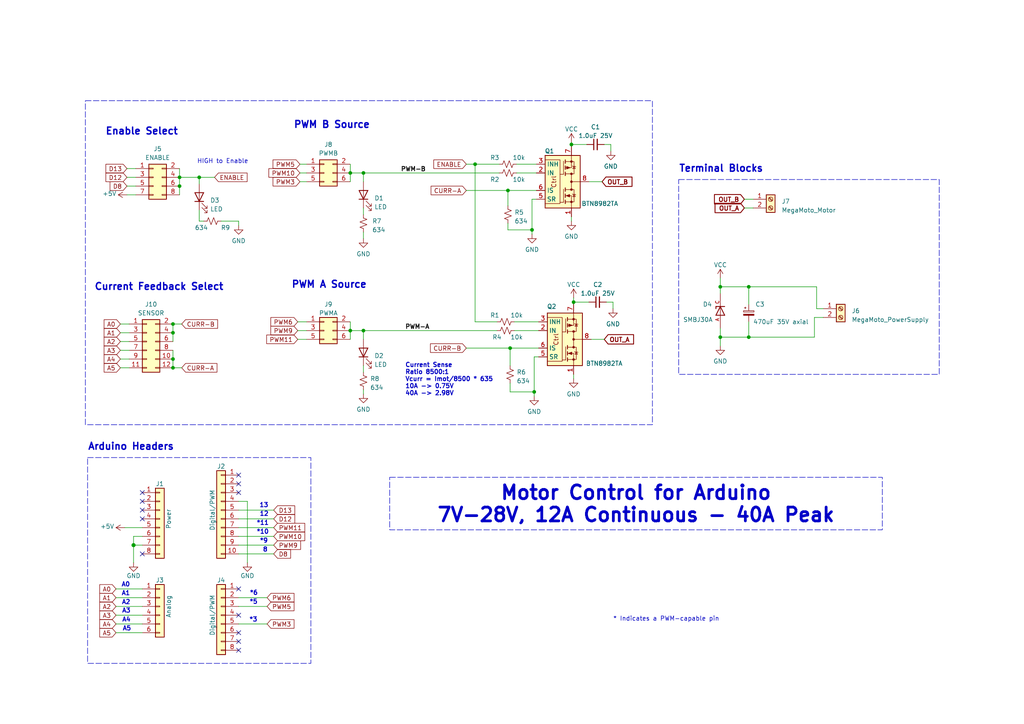
<source format=kicad_sch>
(kicad_sch (version 20230121) (generator eeschema)
  (paper "A4")
  (title_block (title "MegaMoto UNO Shield") (date "2023-05-21") (rev "1.0"))
  (lib_symbols
    (symbol "Connector:Screw_Terminal_01x02" (pin_names (offset 1.016) hide)
      (property "Reference" "J" (at 0 2.54 0))
      (property "Value" "Screw_Terminal_01x02" (at 0 -5.08 0))
      (symbol "Screw_Terminal_01x02_1_1"
        (rectangle (start -1.27 1.27) (end 1.27 -3.81) (stroke (width 0.254)) (fill (type background)))
        (circle (center 0 -2.54) (radius 0.635) (stroke (width 0.1524)))
        (polyline (pts (xy -0.5334 -2.2098) (xy 0.3302 -3.048)) (stroke (width 0.1524)))
        (polyline (pts (xy -0.5334 0.3302) (xy 0.3302 -0.508)) (stroke (width 0.1524)))
        (polyline (pts (xy -0.3556 -2.032) (xy 0.508 -2.8702)) (stroke (width 0.1524)))
        (polyline (pts (xy -0.3556 0.508) (xy 0.508 -0.3302)) (stroke (width 0.1524)))
        (circle (center 0 0) (radius 0.635) (stroke (width 0.1524)))
        (pin passive line (at -5.08 0 0) (length 3.81) (name "Pin_1") (number "1"))
        (pin passive line (at -5.08 -2.54 0) (length 3.81) (name "Pin_2") (number "2"))
      )
    )
    (symbol "Connector_Generic:Conn_01x06" (pin_names (offset 1.016) hide)
      (property "Reference" "J" (at 0 7.62 0))
      (property "Value" "Conn_01x06" (at 0 -10.16 0))
      (symbol "Conn_01x06_1_1"
        (rectangle (start -1.27 -7.493) (end 0 -7.747) (stroke (width 0.1524)))
        (rectangle (start -1.27 -4.953) (end 0 -5.207) (stroke (width 0.1524)))
        (rectangle (start -1.27 -2.413) (end 0 -2.667) (stroke (width 0.1524)))
        (rectangle (start -1.27 0.127) (end 0 -0.127) (stroke (width 0.1524)))
        (rectangle (start -1.27 2.667) (end 0 2.413) (stroke (width 0.1524)))
        (rectangle (start -1.27 5.207) (end 0 4.953) (stroke (width 0.1524)))
        (rectangle (start -1.27 6.35) (end 1.27 -8.89) (stroke (width 0.254)) (fill (type background)))
        (pin passive line (at -5.08 5.08 0) (length 3.81) (name "Pin_1") (number "1"))
        (pin passive line (at -5.08 2.54 0) (length 3.81) (name "Pin_2") (number "2"))
        (pin passive line (at -5.08 0 0) (length 3.81) (name "Pin_3") (number "3"))
        (pin passive line (at -5.08 -2.54 0) (length 3.81) (name "Pin_4") (number "4"))
        (pin passive line (at -5.08 -5.08 0) (length 3.81) (name "Pin_5") (number "5"))
        (pin passive line (at -5.08 -7.62 0) (length 3.81) (name "Pin_6") (number "6"))
      )
    )
    (symbol "Connector_Generic:Conn_01x08" (pin_names (offset 1.016) hide)
      (property "Reference" "J" (at 0 10.16 0))
      (property "Value" "Conn_01x08" (at 0 -12.7 0))
      (symbol "Conn_01x08_1_1"
        (rectangle (start -1.27 -10.033) (end 0 -10.287) (stroke (width 0.1524)))
        (rectangle (start -1.27 -7.493) (end 0 -7.747) (stroke (width 0.1524)))
        (rectangle (start -1.27 -4.953) (end 0 -5.207) (stroke (width 0.1524)))
        (rectangle (start -1.27 -2.413) (end 0 -2.667) (stroke (width 0.1524)))
        (rectangle (start -1.27 0.127) (end 0 -0.127) (stroke (width 0.1524)))
        (rectangle (start -1.27 2.667) (end 0 2.413) (stroke (width 0.1524)))
        (rectangle (start -1.27 5.207) (end 0 4.953) (stroke (width 0.1524)))
        (rectangle (start -1.27 7.747) (end 0 7.493) (stroke (width 0.1524)))
        (rectangle (start -1.27 8.89) (end 1.27 -11.43) (stroke (width 0.254)) (fill (type background)))
        (pin passive line (at -5.08 7.62 0) (length 3.81) (name "Pin_1") (number "1"))
        (pin passive line (at -5.08 5.08 0) (length 3.81) (name "Pin_2") (number "2"))
        (pin passive line (at -5.08 2.54 0) (length 3.81) (name "Pin_3") (number "3"))
        (pin passive line (at -5.08 0 0) (length 3.81) (name "Pin_4") (number "4"))
        (pin passive line (at -5.08 -2.54 0) (length 3.81) (name "Pin_5") (number "5"))
        (pin passive line (at -5.08 -5.08 0) (length 3.81) (name "Pin_6") (number "6"))
        (pin passive line (at -5.08 -7.62 0) (length 3.81) (name "Pin_7") (number "7"))
        (pin passive line (at -5.08 -10.16 0) (length 3.81) (name "Pin_8") (number "8"))
      )
    )
    (symbol "Connector_Generic:Conn_01x10" (pin_names (offset 1.016) hide)
      (property "Reference" "J" (at 0 12.7 0))
      (property "Value" "Conn_01x10" (at 0 -15.24 0))
      (symbol "Conn_01x10_1_1"
        (rectangle (start -1.27 -12.573) (end 0 -12.827) (stroke (width 0.1524)))
        (rectangle (start -1.27 -10.033) (end 0 -10.287) (stroke (width 0.1524)))
        (rectangle (start -1.27 -7.493) (end 0 -7.747) (stroke (width 0.1524)))
        (rectangle (start -1.27 -4.953) (end 0 -5.207) (stroke (width 0.1524)))
        (rectangle (start -1.27 -2.413) (end 0 -2.667) (stroke (width 0.1524)))
        (rectangle (start -1.27 0.127) (end 0 -0.127) (stroke (width 0.1524)))
        (rectangle (start -1.27 2.667) (end 0 2.413) (stroke (width 0.1524)))
        (rectangle (start -1.27 5.207) (end 0 4.953) (stroke (width 0.1524)))
        (rectangle (start -1.27 7.747) (end 0 7.493) (stroke (width 0.1524)))
        (rectangle (start -1.27 10.287) (end 0 10.033) (stroke (width 0.1524)))
        (rectangle (start -1.27 11.43) (end 1.27 -13.97) (stroke (width 0.254)) (fill (type background)))
        (pin passive line (at -5.08 10.16 0) (length 3.81) (name "Pin_1") (number "1"))
        (pin passive line (at -5.08 -12.7 0) (length 3.81) (name "Pin_10") (number "10"))
        (pin passive line (at -5.08 7.62 0) (length 3.81) (name "Pin_2") (number "2"))
        (pin passive line (at -5.08 5.08 0) (length 3.81) (name "Pin_3") (number "3"))
        (pin passive line (at -5.08 2.54 0) (length 3.81) (name "Pin_4") (number "4"))
        (pin passive line (at -5.08 0 0) (length 3.81) (name "Pin_5") (number "5"))
        (pin passive line (at -5.08 -2.54 0) (length 3.81) (name "Pin_6") (number "6"))
        (pin passive line (at -5.08 -5.08 0) (length 3.81) (name "Pin_7") (number "7"))
        (pin passive line (at -5.08 -7.62 0) (length 3.81) (name "Pin_8") (number "8"))
        (pin passive line (at -5.08 -10.16 0) (length 3.81) (name "Pin_9") (number "9"))
      )
    )
    (symbol "Connector_Generic:Conn_02x03_Odd_Even" (pin_names (offset 1.016) hide)
      (property "Reference" "J" (at 1.27 5.08 0))
      (property "Value" "Conn_02x03_Odd_Even" (at 1.27 -5.08 0))
      (symbol "Conn_02x03_Odd_Even_1_1"
        (rectangle (start -1.27 -2.413) (end 0 -2.667) (stroke (width 0.1524)))
        (rectangle (start -1.27 0.127) (end 0 -0.127) (stroke (width 0.1524)))
        (rectangle (start -1.27 2.667) (end 0 2.413) (stroke (width 0.1524)))
        (rectangle (start -1.27 3.81) (end 3.81 -3.81) (stroke (width 0.254)) (fill (type background)))
        (rectangle (start 3.81 -2.413) (end 2.54 -2.667) (stroke (width 0.1524)))
        (rectangle (start 3.81 0.127) (end 2.54 -0.127) (stroke (width 0.1524)))
        (rectangle (start 3.81 2.667) (end 2.54 2.413) (stroke (width 0.1524)))
        (pin passive line (at -5.08 2.54 0) (length 3.81) (name "Pin_1") (number "1"))
        (pin passive line (at 7.62 2.54 180) (length 3.81) (name "Pin_2") (number "2"))
        (pin passive line (at -5.08 0 0) (length 3.81) (name "Pin_3") (number "3"))
        (pin passive line (at 7.62 0 180) (length 3.81) (name "Pin_4") (number "4"))
        (pin passive line (at -5.08 -2.54 0) (length 3.81) (name "Pin_5") (number "5"))
        (pin passive line (at 7.62 -2.54 180) (length 3.81) (name "Pin_6") (number "6"))
      )
    )
    (symbol "Connector_Generic:Conn_02x04_Odd_Even" (pin_names (offset 1.016) hide)
      (property "Reference" "J" (at 1.27 5.08 0))
      (property "Value" "Conn_02x04_Odd_Even" (at 1.27 -7.62 0))
      (symbol "Conn_02x04_Odd_Even_1_1"
        (rectangle (start -1.27 -4.953) (end 0 -5.207) (stroke (width 0.1524)))
        (rectangle (start -1.27 -2.413) (end 0 -2.667) (stroke (width 0.1524)))
        (rectangle (start -1.27 0.127) (end 0 -0.127) (stroke (width 0.1524)))
        (rectangle (start -1.27 2.667) (end 0 2.413) (stroke (width 0.1524)))
        (rectangle (start -1.27 3.81) (end 3.81 -6.35) (stroke (width 0.254)) (fill (type background)))
        (rectangle (start 3.81 -4.953) (end 2.54 -5.207) (stroke (width 0.1524)))
        (rectangle (start 3.81 -2.413) (end 2.54 -2.667) (stroke (width 0.1524)))
        (rectangle (start 3.81 0.127) (end 2.54 -0.127) (stroke (width 0.1524)))
        (rectangle (start 3.81 2.667) (end 2.54 2.413) (stroke (width 0.1524)))
        (pin passive line (at -5.08 2.54 0) (length 3.81) (name "Pin_1") (number "1"))
        (pin passive line (at 7.62 2.54 180) (length 3.81) (name "Pin_2") (number "2"))
        (pin passive line (at -5.08 0 0) (length 3.81) (name "Pin_3") (number "3"))
        (pin passive line (at 7.62 0 180) (length 3.81) (name "Pin_4") (number "4"))
        (pin passive line (at -5.08 -2.54 0) (length 3.81) (name "Pin_5") (number "5"))
        (pin passive line (at 7.62 -2.54 180) (length 3.81) (name "Pin_6") (number "6"))
        (pin passive line (at -5.08 -5.08 0) (length 3.81) (name "Pin_7") (number "7"))
        (pin passive line (at 7.62 -5.08 180) (length 3.81) (name "Pin_8") (number "8"))
      )
    )
    (symbol "Connector_Generic:Conn_02x06_Odd_Even" (pin_names (offset 1.016) hide)
      (property "Reference" "J" (at 1.27 7.62 0))
      (property "Value" "Conn_02x06_Odd_Even" (at 1.27 -10.16 0))
      (symbol "Conn_02x06_Odd_Even_1_1"
        (rectangle (start -1.27 -7.493) (end 0 -7.747) (stroke (width 0.1524)))
        (rectangle (start -1.27 -4.953) (end 0 -5.207) (stroke (width 0.1524)))
        (rectangle (start -1.27 -2.413) (end 0 -2.667) (stroke (width 0.1524)))
        (rectangle (start -1.27 0.127) (end 0 -0.127) (stroke (width 0.1524)))
        (rectangle (start -1.27 2.667) (end 0 2.413) (stroke (width 0.1524)))
        (rectangle (start -1.27 5.207) (end 0 4.953) (stroke (width 0.1524)))
        (rectangle (start -1.27 6.35) (end 3.81 -8.89) (stroke (width 0.254)) (fill (type background)))
        (rectangle (start 3.81 -7.493) (end 2.54 -7.747) (stroke (width 0.1524)))
        (rectangle (start 3.81 -4.953) (end 2.54 -5.207) (stroke (width 0.1524)))
        (rectangle (start 3.81 -2.413) (end 2.54 -2.667) (stroke (width 0.1524)))
        (rectangle (start 3.81 0.127) (end 2.54 -0.127) (stroke (width 0.1524)))
        (rectangle (start 3.81 2.667) (end 2.54 2.413) (stroke (width 0.1524)))
        (rectangle (start 3.81 5.207) (end 2.54 4.953) (stroke (width 0.1524)))
        (pin passive line (at -5.08 5.08 0) (length 3.81) (name "Pin_1") (number "1"))
        (pin passive line (at 7.62 -5.08 180) (length 3.81) (name "Pin_10") (number "10"))
        (pin passive line (at -5.08 -7.62 0) (length 3.81) (name "Pin_11") (number "11"))
        (pin passive line (at 7.62 -7.62 180) (length 3.81) (name "Pin_12") (number "12"))
        (pin passive line (at 7.62 5.08 180) (length 3.81) (name "Pin_2") (number "2"))
        (pin passive line (at -5.08 2.54 0) (length 3.81) (name "Pin_3") (number "3"))
        (pin passive line (at 7.62 2.54 180) (length 3.81) (name "Pin_4") (number "4"))
        (pin passive line (at -5.08 0 0) (length 3.81) (name "Pin_5") (number "5"))
        (pin passive line (at 7.62 0 180) (length 3.81) (name "Pin_6") (number "6"))
        (pin passive line (at -5.08 -2.54 0) (length 3.81) (name "Pin_7") (number "7"))
        (pin passive line (at 7.62 -2.54 180) (length 3.81) (name "Pin_8") (number "8"))
        (pin passive line (at -5.08 -5.08 0) (length 3.81) (name "Pin_9") (number "9"))
      )
    )
    (symbol "Device:C_Polarized_Small" (pin_numbers hide) (pin_names (offset 0.254) hide)
      (property "Reference" "C" (at 0.254 1.778 0))
      (property "Value" "C_Polarized_Small" (at 0.254 -2.032 0))
      (symbol "C_Polarized_Small_0_1"
        (rectangle (start -1.524 -0.3048) (end 1.524 -0.6858) (fill (type outline)))
        (rectangle (start -1.524 0.6858) (end 1.524 0.3048))
        (polyline (pts (xy -1.27 1.524) (xy -0.762 1.524)))
        (polyline (pts (xy -1.016 1.27) (xy -1.016 1.778)))
      )
      (symbol "C_Polarized_Small_1_1"
        (pin passive line (at 0 2.54 270) (length 1.8542) (name "~") (number "1"))
        (pin passive line (at 0 -2.54 90) (length 1.8542) (name "~") (number "2"))
      )
    )
    (symbol "Device:C_Small" (pin_numbers hide) (pin_names (offset 0.254) hide)
      (property "Reference" "C" (at 0.254 1.778 0))
      (property "Value" "C_Small" (at 0.254 -2.032 0))
      (symbol "C_Small_0_1"
        (polyline (pts (xy -1.524 -0.508) (xy 1.524 -0.508)) (stroke (width 0.3302)))
        (polyline (pts (xy -1.524 0.508) (xy 1.524 0.508)) (stroke (width 0.3048)))
      )
      (symbol "C_Small_1_1"
        (pin passive line (at 0 2.54 270) (length 2.032) (name "~") (number "1"))
        (pin passive line (at 0 -2.54 90) (length 2.032) (name "~") (number "2"))
      )
    )
    (symbol "Device:LED" (pin_numbers hide) (pin_names (offset 1.016) hide)
      (property "Reference" "D" (at 0 2.54 0))
      (property "Value" "LED" (at 0 -2.54 0))
      (symbol "LED_0_1"
        (polyline (pts (xy -1.27 -1.27) (xy -1.27 1.27)) (stroke (width 0.254)))
        (polyline (pts (xy -1.27 0) (xy 1.27 0)))
        (polyline (pts (xy 1.27 -1.27) (xy 1.27 1.27) (xy -1.27 0) (xy 1.27 -1.27)) (stroke (width 0.254)))
        (polyline (pts (xy -3.048 -0.762) (xy -4.572 -2.286) (xy -3.81 -2.286) (xy -4.572 -2.286) (xy -4.572 -1.524)))
        (polyline (pts (xy -1.778 -0.762) (xy -3.302 -2.286) (xy -2.54 -2.286) (xy -3.302 -2.286) (xy -3.302 -1.524)))
      )
      (symbol "LED_1_1"
        (pin passive line (at -3.81 0 0) (length 2.54) (name "K") (number "1"))
        (pin passive line (at 3.81 0 180) (length 2.54) (name "A") (number "2"))
      )
    )
    (symbol "Device:R_Small_US" (pin_numbers hide) (pin_names (offset 0.254) hide)
      (property "Reference" "R" (at 0.762 0.508 0))
      (property "Value" "R_Small_US" (at 0.762 -1.016 0))
      (symbol "R_Small_US_1_1"
        (polyline (pts (xy 0 0) (xy 1.016 -0.381) (xy 0 -0.762) (xy -1.016 -1.143) (xy 0 -1.524)))
        (polyline (pts (xy 0 1.524) (xy 1.016 1.143) (xy 0 0.762) (xy -1.016 0.381) (xy 0 0)))
        (pin passive line (at 0 2.54 270) (length 1.016) (name "~") (number "1"))
        (pin passive line (at 0 -2.54 90) (length 1.016) (name "~") (number "2"))
      )
    )
    (symbol "GND_1" (power) (pin_names (offset 0))
      (property "Value" "GND_1" (at 0 -3.81 0))
      (symbol "GND_1_0_1"
        (polyline (pts (xy 0 0) (xy 0 -1.27) (xy 1.27 -1.27) (xy 0 -2.54) (xy -1.27 -1.27) (xy 0 -1.27)))
      )
      (symbol "GND_1_1_1"
        (pin power_in line (at 0 0 270) (length 0) hide (name "GND") (number "1"))
      )
    )
    (symbol "Power_Management:BTN8982TA"
      (property "Reference" "Q" (at 6.35 5.715 0))
      (property "Value" "BTN8982TA" (at 6.35 3.81 0))
      (symbol "BTN8982TA_0_1"
        (rectangle (start -5.08 7.62) (end 5.08 -7.62) (stroke (width 0.254)) (fill (type background)))
        (polyline (pts (xy 0.254 -5.969) (xy -0.762 -5.969)))
        (polyline (pts (xy 0.254 2.159) (xy -0.762 2.159)))
        (polyline (pts (xy 2.54 0) (xy 5.08 0)))
        (polyline (pts (xy 2.54 2.286) (xy 2.54 -2.286)))
        (polyline (pts (xy 2.54 -5.842) (xy 2.54 -7.62) (xy 2.54 -6.858)))
        (polyline (pts (xy -5.08 6.35) (xy -0.762 6.35) (xy -0.762 -6.35) (xy -5.08 -6.35)))
      )
      (symbol "BTN8982TA_1_0"
        (text "Ctrl" (at -2.54 0 900) (effects (font (size 1.27 1.27))))
      )
      (symbol "BTN8982TA_1_1"
        (polyline (pts (xy 0.762 -5.842) (xy 2.54 -5.842)))
        (polyline (pts (xy 0.762 -5.334) (xy 0.762 -6.35)) (stroke (width 0.254)))
        (polyline (pts (xy 0.762 -4.064) (xy 2.54 -4.064)))
        (polyline (pts (xy 0.762 -3.556) (xy 0.762 -4.572)) (stroke (width 0.254)))
        (polyline (pts (xy 0.762 -2.286) (xy 2.54 -2.286)))
        (polyline (pts (xy 0.762 -1.778) (xy 0.762 -2.794)) (stroke (width 0.254)))
        (polyline (pts (xy 0.762 2.286) (xy 2.54 2.286)))
        (polyline (pts (xy 0.762 2.794) (xy 0.762 1.778)) (stroke (width 0.254)))
        (polyline (pts (xy 0.762 4.064) (xy 2.54 4.064)))
        (polyline (pts (xy 0.762 4.572) (xy 0.762 3.556)) (stroke (width 0.254)))
        (polyline (pts (xy 0.762 5.842) (xy 2.54 5.842)))
        (polyline (pts (xy 0.762 6.35) (xy 0.762 5.334)) (stroke (width 0.254)))
        (polyline (pts (xy 2.54 -5.842) (xy 2.54 -4.064)))
        (polyline (pts (xy 2.54 4.064) (xy 2.54 5.842)))
        (polyline (pts (xy 2.54 7.62) (xy 2.54 5.842)))
        (polyline (pts (xy 0.254 -2.159) (xy 0.254 -5.969) (xy 0.254 -5.969)))
        (polyline (pts (xy 0.254 5.969) (xy 0.254 2.159) (xy 0.254 2.159)))
        (polyline (pts (xy 1.016 -4.064) (xy 2.032 -3.683) (xy 2.032 -4.445) (xy 1.016 -4.064)) (fill (type outline)))
        (polyline (pts (xy 2.159 4.064) (xy 1.143 3.683) (xy 1.143 4.445) (xy 2.159 4.064)) (fill (type outline)))
        (polyline (pts (xy 2.54 -5.842) (xy 3.302 -5.842) (xy 3.302 -2.286) (xy 2.54 -2.286)))
        (polyline (pts (xy 2.54 2.286) (xy 3.302 2.286) (xy 3.302 5.842) (xy 2.54 5.842)))
        (polyline (pts (xy 2.794 -3.556) (xy 2.921 -3.683) (xy 3.683 -3.683) (xy 3.81 -3.81)))
        (polyline (pts (xy 2.794 4.572) (xy 2.921 4.445) (xy 3.683 4.445) (xy 3.81 4.318)))
        (polyline (pts (xy 3.302 -3.683) (xy 2.921 -4.318) (xy 3.683 -4.318) (xy 3.302 -3.683)))
        (polyline (pts (xy 3.302 4.445) (xy 2.921 3.81) (xy 3.683 3.81) (xy 3.302 4.445)))
        (circle (center 2.54 -5.842) (radius 0.2794) (fill (type outline)))
        (circle (center 2.54 -2.286) (radius 0.2794) (fill (type outline)))
        (circle (center 2.54 0) (radius 0.2794) (fill (type outline)))
        (circle (center 2.54 2.286) (radius 0.2794) (fill (type outline)))
        (circle (center 2.54 5.842) (radius 0.2794) (fill (type outline)))
        (pin power_in line (at 2.54 -10.16 90) (length 2.54) (name "~") (number "1"))
        (pin input line (at -7.62 2.54 0) (length 2.54) (name "IN") (number "2"))
        (pin input line (at -7.62 5.08 0) (length 2.54) (name "INH") (number "3"))
        (pin passive line (at 7.62 0 180) (length 2.54) hide (name "~") (number "4"))
        (pin input line (at -7.62 -5.08 0) (length 2.54) (name "SR") (number "5"))
        (pin output line (at -7.62 -2.54 0) (length 2.54) (name "IS") (number "6"))
        (pin power_in line (at 2.54 10.16 270) (length 2.54) (name "~") (number "7"))
        (pin passive line (at 7.62 0 180) (length 2.54) (name "~") (number "8"))
      )
    )
    (symbol "SMBJ30A:SMBJ30A" (pin_names (offset 1.016))
      (property "Reference" "D" (at -5.0835 2.4159 0))
      (property "Value" "SMBJ30A" (at -5.0854 -4.9611 0))
      (symbol "SMBJ30A_0_0"
        (polyline (pts (xy -1.27 -1.27) (xy -1.27 0)) (stroke (width 0.254)))
        (polyline (pts (xy -1.27 0) (xy -1.27 1.27)) (stroke (width 0.254)))
        (polyline (pts (xy -1.27 0) (xy 1.27 -1.27)) (stroke (width 0.254)))
        (polyline (pts (xy -0.635 -1.27) (xy -1.27 -1.27)) (stroke (width 0.254)))
        (polyline (pts (xy 1.27 -1.27) (xy 1.27 1.27)) (stroke (width 0.254)))
        (polyline (pts (xy 1.27 1.27) (xy -1.27 0)) (stroke (width 0.254)))
        (pin passive line (at 5.08 0 180) (length 5.08) (name "~") (number "A"))
        (pin passive line (at -5.08 0 0) (length 5.08) (name "~") (number "C"))
      )
    )
    (symbol "power:+5V" (power) (pin_names (offset 0))
      (property "Value" "+5V" (at 0 3.556 0))
      (symbol "+5V_0_1"
        (polyline (pts (xy -0.762 1.27) (xy 0 2.54)))
        (polyline (pts (xy 0 0) (xy 0 2.54)))
        (polyline (pts (xy 0 2.54) (xy 0.762 1.27)))
      )
      (symbol "+5V_1_1"
        (pin power_in line (at 0 0 90) (length 0) hide (name "+5V") (number "1"))
      )
    )
    (symbol "power:GND" (power) (pin_names (offset 0))
      (property "Value" "GND" (at 0 -3.81 0))
      (symbol "GND_0_1"
        (polyline (pts (xy 0 0) (xy 0 -1.27) (xy 1.27 -1.27) (xy 0 -2.54) (xy -1.27 -1.27) (xy 0 -1.27)))
      )
      (symbol "GND_1_1"
        (pin power_in line (at 0 0 270) (length 0) hide (name "GND") (number "1"))
      )
    )
    (symbol "power:VCC" (power) (pin_names (offset 0))
      (property "Value" "VCC" (at 0 3.81 0))
      (symbol "VCC_0_1"
        (polyline (pts (xy -0.762 1.27) (xy 0 2.54)))
        (polyline (pts (xy 0 0) (xy 0 2.54)))
        (polyline (pts (xy 0 2.54) (xy 0.762 1.27)))
      )
      (symbol "VCC_1_1"
        (pin power_in line (at 0 0 90) (length 0) hide (name "VCC") (number "1"))
      )
    )
  )
  (junction (at 50.165 96.52))
  (junction (at 57.785 51.435))
  (junction (at 154.305 66.675))
  (junction (at 105.41 50.165))
  (junction (at 50.165 104.14))
  (junction (at 154.94 113.665))
  (junction (at 38.735 158.115) (diameter 1.016))
  (junction (at 52.07 53.975))
  (junction (at 166.37 87.63))
  (junction (at 137.795 47.625))
  (junction (at 217.17 97.79))
  (junction (at 208.915 97.79))
  (junction (at 101.6 95.885))
  (junction (at 52.07 51.435))
  (junction (at 208.915 83.185))
  (junction (at 50.165 93.98))
  (junction (at 165.735 41.91))
  (junction (at 101.6 50.165))
  (junction (at 147.32 55.245))
  (junction (at 50.165 106.68))
  (junction (at 105.41 95.885))
  (junction (at 147.955 100.965))
  (junction (at 217.17 83.185))
  (no_connect (at 69.215 142.875))
  (no_connect (at 41.275 160.655))
  (no_connect (at 69.215 178.435))
  (no_connect (at 41.275 145.415))
  (no_connect (at 69.215 140.335))
  (no_connect (at 41.275 150.495))
  (no_connect (at 69.215 137.795))
  (no_connect (at 41.275 147.955))
  (no_connect (at 69.215 188.595))
  (no_connect (at 69.215 186.055))
  (no_connect (at 69.215 170.815))
  (no_connect (at 69.215 183.515))
  (no_connect (at 41.275 142.875))
  (wire (pts (xy 69.215 155.575) (xy 79.375 155.575)))
  (wire (pts (xy 34.925 99.06) (xy 37.465 99.06)))
  (wire (pts (xy 105.41 95.885) (xy 101.6 95.885)))
  (wire (pts (xy 52.07 53.975) (xy 52.07 56.515)))
  (wire (pts (xy 105.41 67.31) (xy 105.41 69.215)))
  (wire (pts (xy 50.165 93.98) (xy 52.705 93.98)))
  (wire (pts (xy 105.41 52.705) (xy 105.41 50.165)))
  (wire (pts (xy 171.45 98.425) (xy 175.26 98.425)))
  (wire (pts (xy 175.895 87.63) (xy 177.8 87.63)))
  (wire (pts (xy 38.735 155.575) (xy 38.735 158.115)))
  (wire (pts (xy 149.86 47.625) (xy 155.575 47.625)))
  (wire (pts (xy 57.785 53.34) (xy 57.785 51.435)))
  (wire (pts (xy 52.07 48.895) (xy 52.07 51.435)))
  (wire (pts (xy 33.655 183.515) (xy 41.275 183.515)))
  (wire (pts (xy 86.995 47.625) (xy 88.9 47.625)))
  (wire (pts (xy 144.145 93.345) (xy 137.795 93.345)))
  (wire (pts (xy 156.21 103.505) (xy 154.94 103.505)))
  (wire (pts (xy 147.955 111.125) (xy 147.955 113.665)))
  (wire (pts (xy 165.735 62.865) (xy 165.735 64.135)))
  (wire (pts (xy 38.735 158.115) (xy 38.735 163.195)))
  (wire (pts (xy 36.83 51.435) (xy 39.37 51.435)))
  (wire (pts (xy 36.195 153.035) (xy 41.275 153.035)))
  (wire (pts (xy 59.055 64.135) (xy 57.785 64.135)))
  (wire (pts (xy 155.575 57.785) (xy 154.305 57.785)))
  (wire (pts (xy 101.6 47.625) (xy 101.6 50.165)))
  (wire (pts (xy 101.6 95.885) (xy 101.6 98.425)))
  (wire (pts (xy 170.815 52.705) (xy 174.625 52.705)))
  (wire (pts (xy 69.215 147.955) (xy 79.375 147.955)))
  (wire (pts (xy 101.6 50.165) (xy 101.6 52.705)))
  (wire (pts (xy 57.785 60.96) (xy 57.785 64.135)))
  (wire (pts (xy 41.275 170.815) (xy 33.655 170.815)))
  (wire (pts (xy 105.41 106.045) (xy 105.41 107.95)))
  (wire (pts (xy 69.215 150.495) (xy 79.375 150.495)))
  (wire (pts (xy 147.32 55.245) (xy 155.575 55.245)))
  (wire (pts (xy 149.225 95.885) (xy 156.21 95.885)))
  (wire (pts (xy 57.785 51.435) (xy 52.07 51.435)))
  (wire (pts (xy 166.37 108.585) (xy 166.37 109.855)))
  (wire (pts (xy 34.925 96.52) (xy 37.465 96.52)))
  (wire (pts (xy 69.215 173.355) (xy 77.47 173.355)))
  (wire (pts (xy 34.925 101.6) (xy 37.465 101.6)))
  (wire (pts (xy 105.41 98.425) (xy 105.41 95.885)))
  (wire (pts (xy 236.22 92.075) (xy 236.22 97.79)))
  (wire (pts (xy 177.8 87.63) (xy 177.8 89.535)))
  (wire (pts (xy 135.255 100.965) (xy 147.955 100.965)))
  (wire (pts (xy 165.735 41.91) (xy 165.735 42.545)))
  (wire (pts (xy 208.915 83.185) (xy 217.17 83.185)))
  (wire (pts (xy 149.225 93.345) (xy 156.21 93.345)))
  (wire (pts (xy 50.165 106.68) (xy 52.705 106.68)))
  (wire (pts (xy 208.915 97.79) (xy 217.17 97.79)))
  (wire (pts (xy 175.26 41.91) (xy 177.165 41.91)))
  (wire (pts (xy 69.215 158.115) (xy 79.375 158.115)))
  (wire (pts (xy 147.32 66.675) (xy 154.305 66.675)))
  (wire (pts (xy 34.925 93.98) (xy 37.465 93.98)))
  (wire (pts (xy 238.76 92.075) (xy 236.22 92.075)))
  (wire (pts (xy 57.785 51.435) (xy 62.23 51.435)))
  (wire (pts (xy 147.32 59.69) (xy 147.32 55.245)))
  (wire (pts (xy 217.17 83.185) (xy 217.17 88.265)))
  (wire (pts (xy 105.41 50.165) (xy 101.6 50.165)))
  (wire (pts (xy 166.37 86.36) (xy 166.37 87.63)))
  (wire (pts (xy 86.995 50.165) (xy 88.9 50.165)))
  (wire (pts (xy 36.83 53.975) (xy 39.37 53.975)))
  (wire (pts (xy 86.36 95.885) (xy 88.9 95.885)))
  (wire (pts (xy 154.305 57.785) (xy 154.305 66.675)))
  (wire (pts (xy 71.755 145.415) (xy 71.755 163.195)))
  (wire (pts (xy 50.165 101.6) (xy 50.165 104.14)))
  (wire (pts (xy 208.915 85.09) (xy 208.915 83.185)))
  (wire (pts (xy 166.37 87.63) (xy 166.37 88.265)))
  (wire (pts (xy 36.83 48.895) (xy 39.37 48.895)))
  (wire (pts (xy 36.83 56.515) (xy 39.37 56.515)))
  (wire (pts (xy 41.275 175.895) (xy 33.655 175.895)))
  (wire (pts (xy 86.36 93.345) (xy 88.9 93.345)))
  (wire (pts (xy 41.275 158.115) (xy 38.735 158.115)))
  (wire (pts (xy 52.07 51.435) (xy 52.07 53.975)))
  (wire (pts (xy 236.855 83.185) (xy 217.17 83.185)))
  (wire (pts (xy 50.165 104.14) (xy 50.165 106.68)))
  (wire (pts (xy 208.915 95.25) (xy 208.915 97.79)))
  (wire (pts (xy 64.135 64.135) (xy 69.215 64.135)))
  (wire (pts (xy 236.855 89.535) (xy 236.855 83.185)))
  (wire (pts (xy 33.655 173.355) (xy 41.275 173.355)))
  (wire (pts (xy 147.955 113.665) (xy 154.94 113.665)))
  (wire (pts (xy 137.795 93.345) (xy 137.795 47.625)))
  (wire (pts (xy 177.165 41.91) (xy 177.165 43.815)))
  (wire (pts (xy 154.305 66.675) (xy 154.305 67.945)))
  (wire (pts (xy 154.94 113.665) (xy 154.94 114.935)))
  (wire (pts (xy 156.21 100.965) (xy 147.955 100.965)))
  (wire (pts (xy 69.215 145.415) (xy 71.755 145.415)))
  (wire (pts (xy 34.925 106.68) (xy 37.465 106.68)))
  (wire (pts (xy 154.94 103.505) (xy 154.94 113.665)))
  (wire (pts (xy 41.275 155.575) (xy 38.735 155.575)))
  (wire (pts (xy 215.9 60.325) (xy 218.44 60.325)))
  (wire (pts (xy 105.41 50.165) (xy 144.78 50.165)))
  (wire (pts (xy 208.915 80.645) (xy 208.915 83.185)))
  (wire (pts (xy 69.215 153.035) (xy 79.375 153.035)))
  (wire (pts (xy 137.795 47.625) (xy 144.78 47.625)))
  (wire (pts (xy 86.995 52.705) (xy 88.9 52.705)))
  (wire (pts (xy 50.165 96.52) (xy 50.165 99.06)))
  (wire (pts (xy 105.41 60.325) (xy 105.41 62.23)))
  (wire (pts (xy 69.215 175.895) (xy 77.47 175.895)))
  (wire (pts (xy 33.655 178.435) (xy 41.275 178.435)))
  (wire (pts (xy 149.86 50.165) (xy 155.575 50.165)))
  (wire (pts (xy 34.925 104.14) (xy 37.465 104.14)))
  (wire (pts (xy 147.955 100.965) (xy 147.955 106.045)))
  (wire (pts (xy 147.32 64.77) (xy 147.32 66.675)))
  (wire (pts (xy 50.165 93.98) (xy 50.165 96.52)))
  (wire (pts (xy 69.215 64.135) (xy 69.215 65.405)))
  (wire (pts (xy 135.255 55.245) (xy 147.32 55.245)))
  (wire (pts (xy 208.915 97.79) (xy 208.915 100.33)))
  (wire (pts (xy 105.41 95.885) (xy 144.145 95.885)))
  (wire (pts (xy 105.41 113.03) (xy 105.41 114.3)))
  (wire (pts (xy 69.215 180.975) (xy 77.47 180.975)))
  (wire (pts (xy 166.37 87.63) (xy 170.815 87.63)))
  (wire (pts (xy 165.735 41.91) (xy 170.18 41.91)))
  (wire (pts (xy 236.22 97.79) (xy 217.17 97.79)))
  (wire (pts (xy 217.17 97.79) (xy 217.17 93.345)))
  (wire (pts (xy 101.6 93.345) (xy 101.6 95.885)))
  (wire (pts (xy 238.76 89.535) (xy 236.855 89.535)))
  (wire (pts (xy 135.255 47.625) (xy 137.795 47.625)))
  (wire (pts (xy 215.9 57.785) (xy 218.44 57.785)))
  (wire (pts (xy 165.735 41.275) (xy 165.735 41.91)))
  (wire (pts (xy 86.36 98.425) (xy 88.9 98.425)))
  (wire (pts (xy 41.275 180.975) (xy 33.655 180.975)))
  (wire (pts (xy 69.215 160.655) (xy 79.375 160.655)))
  (rectangle (start 25.4 132.715) (end 90.17 192.405) (stroke (width 0) (type dash)))
  (rectangle (start 196.85 52.07) (end 272.415 108.585) (stroke (width 0) (type dash)))
  (rectangle (start 24.765 29.21) (end 189.23 123.19) (stroke (width 0) (type dash)))
  (text_box "Motor Control for Arduino\n7V-28V, 12A Continuous - 40A Peak" (at 113.03 138.43 0) (size 142.875 15.24) (stroke (width 0) (type dash)) (effects (font (size 4 4) bold)))
  (text "Terminal Blocks" (at 196.85 50.165 0) (effects (font (size 2 2) (thickness 0.4) bold) (justify left bottom)))
  (text "Current Sense\nRatio 8500:1\nVcurr = Imot/8500 * 635\n10A -> 0.75V\n40A -> 2.98V" (at 117.475 114.935 0) (effects (font (size 1.27 1.27) bold) (justify left bottom)))
  (text "*11" (at 74.3383 152.5582 0) (effects (font (size 1.27 1.27) bold) (justify left bottom)))
  (text "HIGH to Enable" (at 57.15 47.625 0) (effects (font (size 1.27 1.27)) (justify left bottom)))
  (text "12" (at 75.2371 149.9284 0) (effects (font (size 1.27 1.27) bold) (justify left bottom)))
  (text "*3" (at 72.226 180.5826 0) (effects (font (size 1.27 1.27) bold) (justify left bottom)))
  (text "Current Feedback Select" (at 27.305 84.455 0) (effects (font (size 2 2) (thickness 0.4) bold) (justify left bottom)))
  (text "*6" (at 72.3592 172.8374 0) (effects (font (size 1.27 1.27) bold) (justify left bottom)))
  (text "A2" (at 35.2547 175.5288 0) (effects (font (size 1.27 1.27) bold) (justify left bottom)))
  (text "Enable Select" (at 30.48 39.37 0) (effects (font (size 2 2) (thickness 0.4) bold) (justify left bottom)))
  (text "A3" (at 35.3213 177.9921 0) (effects (font (size 1.27 1.27) bold) (justify left bottom)))
  (text "PWM A Source" (at 84.455 83.82 0) (effects (font (size 2 2) (thickness 0.4) bold) (justify left bottom)))
  (text "*10" (at 74.3383 155.1215 0) (effects (font (size 1.27 1.27) bold) (justify left bottom)))
  (text "A1" (at 35.1881 172.9323 0) (effects (font (size 1.27 1.27) bold) (justify left bottom)))
  (text "A5" (at 35.4877 183.1519 0) (effects (font (size 1.27 1.27) bold) (justify left bottom)))
  (text "A0" (at 35.1548 170.4023 0) (effects (font (size 1.27 1.27) bold) (justify left bottom)))
  (text "PWM B Source" (at 85.09 37.465 0) (effects (font (size 2 2) (thickness 0.4) bold) (justify left bottom)))
  (text "*5" (at 72.2926 175.4339 0) (effects (font (size 1.27 1.27) bold) (justify left bottom)))
  (text "* Indicates a PWM-capable pin" (at 177.8 180.34 0) (effects (font (size 1.27 1.27)) (justify left bottom)))
  (text "Arduino Headers" (at 25.4 130.81 0) (effects (font (size 2 2) (thickness 0.4) bold) (justify left bottom)))
  (text "13" (at 75.1705 147.3985 0) (effects (font (size 1.27 1.27) bold) (justify left bottom)))
  (text "*9" (at 75.2704 157.718 0) (effects (font (size 1.27 1.27) bold) (justify left bottom)))
  (text "A4" (at 35.3546 180.5887 0) (effects (font (size 1.27 1.27) bold) (justify left bottom)))
  (text "8" (at 76.1692 160.2812 0) (effects (font (size 1.27 1.27) bold) (justify left bottom)))
  (label "PWM-A" (at 117.475 95.885 0) (effects (font bold)))
  (label "PWM-B" (at 116.205 50.165 0) (effects (font bold)))
  (global_label "OUT_A" (shape input) (at 215.9 60.325 180) (effects (font bold)) (property "Intersheetrefs" "${INTERSHEET_REFS}" (effects hide)))
  (global_label "PWM11" (shape input) (at 86.36 98.425 180) (property "Intersheetrefs" "${INTERSHEET_REFS}" (effects hide)))
  (global_label "D8" (shape input) (at 36.83 53.975 180) (property "Intersheetrefs" "${INTERSHEET_REFS}" (effects hide)))
  (global_label "ENABLE" (shape input) (at 62.23 51.435 0) (property "Intersheetrefs" "${INTERSHEET_REFS}" (effects hide)))
  (global_label "A0" (shape input) (at 34.925 93.98 180) (property "Intersheetrefs" "${INTERSHEET_REFS}" (effects hide)))
  (global_label "PWM10" (shape input) (at 86.995 50.165 180) (property "Intersheetrefs" "${INTERSHEET_REFS}" (effects hide)))
  (global_label "CURR-B" (shape input) (at 52.705 93.98 0) (property "Intersheetrefs" "${INTERSHEET_REFS}" (effects hide)))
  (global_label "A1" (shape input) (at 34.925 96.52 180) (property "Intersheetrefs" "${INTERSHEET_REFS}" (effects hide)))
  (global_label "OUT_B" (shape input) (at 174.625 52.705 0) (effects (font bold)) (property "Intersheetrefs" "${INTERSHEET_REFS}" (effects hide)))
  (global_label "PWM3" (shape input) (at 86.995 52.705 180) (property "Intersheetrefs" "${INTERSHEET_REFS}" (effects hide)))
  (global_label "A4" (shape input) (at 33.655 180.975 180) (property "Intersheetrefs" "${INTERSHEET_REFS}" (effects hide)))
  (global_label "D12" (shape input) (at 36.83 51.435 180) (property "Intersheetrefs" "${INTERSHEET_REFS}" (effects hide)))
  (global_label "PWM5" (shape input) (at 86.995 47.625 180) (property "Intersheetrefs" "${INTERSHEET_REFS}" (effects hide)))
  (global_label "A4" (shape input) (at 34.925 104.14 180) (property "Intersheetrefs" "${INTERSHEET_REFS}" (effects hide)))
  (global_label "OUT_B" (shape input) (at 215.9 57.785 180) (effects (font bold)) (property "Intersheetrefs" "${INTERSHEET_REFS}" (effects hide)))
  (global_label "A1" (shape input) (at 33.655 173.355 180) (property "Intersheetrefs" "${INTERSHEET_REFS}" (effects hide)))
  (global_label "PWM6" (shape input) (at 86.36 93.345 180) (property "Intersheetrefs" "${INTERSHEET_REFS}" (effects hide)))
  (global_label "PWM3" (shape input) (at 77.47 180.975 0) (property "Intersheetrefs" "${INTERSHEET_REFS}" (effects hide)))
  (global_label "A5" (shape input) (at 33.655 183.515 180) (property "Intersheetrefs" "${INTERSHEET_REFS}" (effects hide)))
  (global_label "A3" (shape input) (at 34.925 101.6 180) (property "Intersheetrefs" "${INTERSHEET_REFS}" (effects hide)))
  (global_label "A3" (shape input) (at 33.655 178.435 180) (property "Intersheetrefs" "${INTERSHEET_REFS}" (effects hide)))
  (global_label "D12" (shape input) (at 79.375 150.495 0) (property "Intersheetrefs" "${INTERSHEET_REFS}" (effects hide)))
  (global_label "CURR-B" (shape input) (at 135.255 100.965 180) (property "Intersheetrefs" "${INTERSHEET_REFS}" (effects hide)))
  (global_label "D13" (shape input) (at 79.375 147.955 0) (property "Intersheetrefs" "${INTERSHEET_REFS}" (effects hide)))
  (global_label "PWM9" (shape input) (at 79.375 158.115 0) (property "Intersheetrefs" "${INTERSHEET_REFS}" (effects hide)))
  (global_label "A5" (shape input) (at 34.925 106.68 180) (property "Intersheetrefs" "${INTERSHEET_REFS}" (effects hide)))
  (global_label "OUT_A" (shape input) (at 175.26 98.425 0) (effects (font bold)) (property "Intersheetrefs" "${INTERSHEET_REFS}" (effects hide)))
  (global_label "D8" (shape input) (at 79.375 160.655 0) (property "Intersheetrefs" "${INTERSHEET_REFS}" (effects hide)))
  (global_label "PWM9" (shape input) (at 86.36 95.885 180) (property "Intersheetrefs" "${INTERSHEET_REFS}" (effects hide)))
  (global_label "CURR-A" (shape input) (at 135.255 55.245 180) (property "Intersheetrefs" "${INTERSHEET_REFS}" (effects hide)))
  (global_label "CURR-A" (shape input) (at 52.705 106.68 0) (property "Intersheetrefs" "${INTERSHEET_REFS}" (effects hide)))
  (global_label "A2" (shape input) (at 33.655 175.895 180) (property "Intersheetrefs" "${INTERSHEET_REFS}" (effects hide)))
  (global_label "PWM11" (shape input) (at 79.375 153.035 0) (property "Intersheetrefs" "${INTERSHEET_REFS}" (effects hide)))
  (global_label "A0" (shape input) (at 33.655 170.815 180) (property "Intersheetrefs" "${INTERSHEET_REFS}" (effects hide)))
  (global_label "D13" (shape input) (at 36.83 48.895 180) (property "Intersheetrefs" "${INTERSHEET_REFS}" (effects hide)))
  (global_label "ENABLE" (shape input) (at 135.255 47.625 180) (property "Intersheetrefs" "${INTERSHEET_REFS}" (effects hide)))
  (global_label "PWM5" (shape input) (at 77.47 175.895 0) (property "Intersheetrefs" "${INTERSHEET_REFS}" (effects hide)))
  (global_label "PWM10" (shape input) (at 79.375 155.575 0) (property "Intersheetrefs" "${INTERSHEET_REFS}" (effects hide)))
  (global_label "PWM6" (shape input) (at 77.47 173.355 0) (property "Intersheetrefs" "${INTERSHEET_REFS}" (effects hide)))
  (global_label "A2" (shape input) (at 34.925 99.06 180) (property "Intersheetrefs" "${INTERSHEET_REFS}" (effects hide)))
  (symbol (lib_id "Connector_Generic:Conn_01x08") (at 46.355 150.495 0) (unit 1)
    (property "Reference" "J1" (at 46.355 140.335 0))
    (property "Value" "Power" (at 48.895 150.495 90))
    (property "Footprint" "Connector_PinSocket_2.54mm:PinSocket_1x08_P2.54mm_Vertical" (effects hide))
  )
  (symbol (lib_id "power:+5V") (at 36.195 153.035 90) (unit 1)
    (property "Reference" "#PWR02" (effects hide))
    (property "Value" "+5V" (at 33.147 152.6794 90) (effects (justify left)))
  )
  (symbol (lib_id "power:GND") (at 38.735 163.195 0) (unit 1)
    (property "Reference" "#PWR04" (effects hide))
    (property "Value" "GND" (at 38.735 167.005 0))
  )
  (symbol (lib_id "Connector_Generic:Conn_01x10") (at 64.135 147.955 0) (mirror y) (unit 1)
    (property "Reference" "J2" (at 64.135 135.255 0))
    (property "Value" "Digital/PWM" (at 61.595 147.955 90))
    (property "Footprint" "Connector_PinSocket_2.54mm:PinSocket_1x10_P2.54mm_Vertical" (effects hide))
  )
  (symbol (lib_id "power:GND") (at 71.755 163.195 0) (unit 1)
    (property "Reference" "#PWR05" (effects hide))
    (property "Value" "GND" (at 71.755 167.005 0))
  )
  (symbol (lib_id "Connector_Generic:Conn_01x06") (at 46.355 175.895 0) (unit 1)
    (property "Reference" "J3" (at 46.355 168.275 0))
    (property "Value" "Analog" (at 48.895 175.895 90))
    (property "Footprint" "Connector_PinSocket_2.54mm:PinSocket_1x06_P2.54mm_Vertical" (effects hide))
  )
  (symbol (lib_id "Connector_Generic:Conn_01x08") (at 64.135 178.435 0) (mirror y) (unit 1)
    (property "Reference" "J4" (at 64.135 168.275 0))
    (property "Value" "Digital/PWM" (at 61.595 178.435 90))
    (property "Footprint" "Connector_PinSocket_2.54mm:PinSocket_1x08_P2.54mm_Vertical" (effects hide))
  )
  (symbol (lib_name "GND_1") (lib_id "power:GND") (at 177.165 43.815 0) (unit 1)
    (property "Reference" "#PWR017" (effects hide))
    (property "Value" "GND" (at 177.165 48.26 0))
  )
  (symbol (lib_id "Device:C_Polarized_Small") (at 217.17 90.805 0) (unit 1)
    (property "Reference" "C3" (at 219.075 88.265 0) (effects (justify left)))
    (property "Value" "470uF 35V axial" (at 218.44 93.345 0) (effects (justify left)))
    (property "Footprint" "Capacitor_THT:CP_Axial_L20.0mm_D10.0mm_P26.00mm_Horizontal" (effects hide))
  )
  (symbol (lib_id "power:+5V") (at 36.83 56.515 90) (unit 1)
    (property "Reference" "#PWR011" (effects hide))
    (property "Value" "+5V" (at 33.782 56.1594 90) (effects (justify left)))
  )
  (symbol (lib_id "power:VCC") (at 166.37 86.36 0) (unit 1)
    (property "Reference" "#PWR014" (effects hide))
    (property "Value" "VCC" (at 164.465 82.55 0) (effects (justify left)))
  )
  (symbol (lib_name "GND_1") (lib_id "power:GND") (at 105.41 114.3 0) (unit 1)
    (property "Reference" "#PWR08" (effects hide))
    (property "Value" "GND" (at 105.41 118.745 0))
  )
  (symbol (lib_id "Device:R_Small_US") (at 105.41 64.77 0) (unit 1)
    (property "Reference" "R7" (at 107.95 64.135 0) (effects (justify left)))
    (property "Value" "634" (at 107.95 66.675 0) (effects (justify left)))
    (property "Footprint" "Resistor_SMD:R_0603_1608Metric" (effects hide))
  )
  (symbol (lib_name "GND_1") (lib_id "power:GND") (at 165.735 64.135 0) (unit 1)
    (property "Reference" "#PWR012" (effects hide))
    (property "Value" "GND" (at 165.735 68.58 0))
  )
  (symbol (lib_id "Device:R_Small_US") (at 146.685 95.885 90) (unit 1)
    (property "Reference" "R4" (at 144.145 97.79 90))
    (property "Value" "10k" (at 149.86 97.79 90))
    (property "Footprint" "Resistor_SMD:R_0603_1608Metric" (effects hide))
  )
  (symbol (lib_name "GND_1") (lib_id "power:GND") (at 177.8 89.535 0) (unit 1)
    (property "Reference" "#PWR016" (effects hide))
    (property "Value" "GND" (at 177.8 93.98 0))
  )
  (symbol (lib_id "SMBJ30A:SMBJ30A") (at 208.915 90.17 270) (unit 1)
    (property "Reference" "D4" (at 203.835 88.265 90) (effects (justify left)))
    (property "Value" "SMBJ30A" (at 198.12 92.71 90) (effects (justify left)))
    (property "Footprint" "Diode_SMBJ30A:DIOM4336X265N" (effects hide))
    (property "PARTREV" "F2102" (effects hide))
    (property "STANDARD" "IPC-7351B" (effects hide))
    (property "MAXIMUM_PACKAGE_HEIGHT" "2.65 mm" (effects hide))
    (property "MANUFACTURER" "Taiwan Semiconductor" (effects hide))
  )
  (symbol (lib_id "Connector_Generic:Conn_02x03_Odd_Even") (at 93.98 50.165 0) (unit 1)
    (property "Reference" "J8" (at 95.25 41.91 0))
    (property "Value" "PWMB" (at 95.25 44.45 0))
    (property "Footprint" "Connector_PinHeader_2.54mm:PinHeader_2x03_P2.54mm_Vertical" (effects hide))
  )
  (symbol (lib_id "Device:R_Small_US") (at 147.32 47.625 90) (unit 1)
    (property "Reference" "R3" (at 143.51 45.72 90))
    (property "Value" "10k" (at 150.495 45.72 90))
    (property "Footprint" "Resistor_SMD:R_0603_1608Metric" (effects hide))
  )
  (symbol (lib_id "power:VCC") (at 165.735 41.275 0) (unit 1)
    (property "Reference" "#PWR015" (effects hide))
    (property "Value" "VCC" (at 163.83 37.465 0) (effects (justify left)))
  )
  (symbol (lib_id "Device:R_Small_US") (at 61.595 64.135 90) (unit 1)
    (property "Reference" "R9" (at 65.405 66.04 90))
    (property "Value" "634" (at 58.42 66.04 90))
    (property "Footprint" "Resistor_SMD:R_0603_1608Metric" (effects hide))
  )
  (symbol (lib_id "Connector:Screw_Terminal_01x02") (at 243.84 89.535 0) (unit 1)
    (property "Reference" "J6" (at 247.015 90.17 0) (effects (justify left)))
    (property "Value" "MegaMoto_PowerSupply" (at 247.015 92.71 0) (effects (justify left)))
    (property "Footprint" "digikey-footprints:Term_Block_1x2_P5mm" (effects hide))
  )
  (symbol (lib_name "GND_1") (lib_id "power:GND") (at 208.915 100.33 0) (unit 1)
    (property "Reference" "#PWR018" (effects hide))
    (property "Value" "GND" (at 208.915 104.775 0))
  )
  (symbol (lib_id "Device:R_Small_US") (at 147.32 50.165 90) (unit 1)
    (property "Reference" "R2" (at 143.51 52.07 90))
    (property "Value" "10k" (at 150.495 52.07 90))
    (property "Footprint" "Resistor_SMD:R_0603_1608Metric" (effects hide))
  )
  (symbol (lib_name "GND_1") (lib_id "power:GND") (at 166.37 109.855 0) (unit 1)
    (property "Reference" "#PWR013" (effects hide))
    (property "Value" "GND" (at 166.37 114.3 0))
  )
  (symbol (lib_id "Device:R_Small_US") (at 105.41 110.49 0) (unit 1)
    (property "Reference" "R8" (at 107.364 109.855 0) (effects (justify left)))
    (property "Value" "634" (at 107.364 112.395 0) (effects (justify left)))
    (property "Footprint" "Resistor_SMD:R_0603_1608Metric" (effects hide))
  )
  (symbol (lib_id "Power_Management:BTN8982TA") (at 163.195 52.705 0) (unit 1)
    (property "Reference" "Q1" (at 159.385 43.815 0))
    (property "Value" "BTN8982TA" (at 173.99 59.055 0))
    (property "Footprint" "Package_TO_SOT_SMD:TO-263-7_TabPin8" (effects hide))
    (property "Datasheet" "https://www.infineon.com/dgdl/Infineon-BTN8982TA-DS-v01_00-EN.pdf?fileId=db3a30433fa9412f013fbe32289b7c17" (effects hide))
  )
  (symbol (lib_name "GND_1") (lib_id "power:GND") (at 69.215 65.405 0) (unit 1)
    (property "Reference" "#PWR06" (effects hide))
    (property "Value" "GND" (at 69.215 69.85 0))
  )
  (symbol (lib_id "Device:LED") (at 105.41 102.235 90) (unit 1)
    (property "Reference" "D2" (at 108.585 103.1875 90) (effects (justify right)))
    (property "Value" "LED" (at 108.585 105.7275 90) (effects (justify right)))
    (property "Footprint" "LED_SMD:LED_0805_2012Metric" (effects hide))
  )
  (symbol (lib_name "GND_1") (lib_id "power:GND") (at 105.41 69.215 0) (unit 1)
    (property "Reference" "#PWR07" (effects hide))
    (property "Value" "GND" (at 105.41 73.66 0))
  )
  (symbol (lib_id "power:VCC") (at 208.915 80.645 0) (unit 1)
    (property "Reference" "#PWR019" (effects hide))
    (property "Value" "VCC" (at 207.01 76.835 0) (effects (justify left)))
  )
  (symbol (lib_id "Power_Management:BTN8982TA") (at 163.83 98.425 0) (unit 1)
    (property "Reference" "Q2" (at 160.02 88.9 0))
    (property "Value" "BTN8982TA" (at 175.26 105.41 0))
    (property "Footprint" "Package_TO_SOT_SMD:TO-263-7_TabPin8" (effects hide))
    (property "Datasheet" "https://www.infineon.com/dgdl/Infineon-BTN8982TA-DS-v01_00-EN.pdf?fileId=db3a30433fa9412f013fbe32289b7c17" (effects hide))
  )
  (symbol (lib_id "Connector_Generic:Conn_02x06_Odd_Even") (at 42.545 99.06 0) (unit 1)
    (property "Reference" "J10" (at 43.815 88.265 0))
    (property "Value" "SENSOR" (at 43.815 90.805 0))
    (property "Footprint" "Connector_PinHeader_2.54mm:PinHeader_2x06_P2.54mm_Vertical" (effects hide))
  )
  (symbol (lib_name "GND_1") (lib_id "power:GND") (at 154.94 114.935 0) (unit 1)
    (property "Reference" "#PWR010" (effects hide))
    (property "Value" "GND" (at 154.94 119.38 0))
  )
  (symbol (lib_id "Device:C_Small") (at 172.72 41.91 90) (unit 1)
    (property "Reference" "C1" (at 172.7263 36.83 90))
    (property "Value" "1.0uF 25V" (at 172.7263 39.37 90))
    (property "Footprint" "Capacitor_SMD:C_0603_1608Metric" (effects hide))
  )
  (symbol (lib_id "Connector:Screw_Terminal_01x02") (at 223.52 57.785 0) (unit 1)
    (property "Reference" "J7" (at 226.695 58.42 0) (effects (justify left)))
    (property "Value" "MegaMoto_Motor" (at 226.695 60.96 0) (effects (justify left)))
    (property "Footprint" "digikey-footprints:Term_Block_1x2_P5mm" (effects hide))
  )
  (symbol (lib_id "Device:LED") (at 57.785 57.15 90) (unit 1)
    (property "Reference" "D3" (at 60.96 58.1025 90) (effects (justify right)))
    (property "Value" "LED" (at 60.96 60.6425 90) (effects (justify right)))
    (property "Footprint" "LED_SMD:LED_0805_2012Metric" (effects hide))
  )
  (symbol (lib_id "Connector_Generic:Conn_02x03_Odd_Even") (at 93.98 95.885 0) (unit 1)
    (property "Reference" "J9" (at 95.25 88.265 0))
    (property "Value" "PWMA" (at 95.25 90.805 0))
    (property "Footprint" "Connector_PinHeader_2.54mm:PinHeader_2x03_P2.54mm_Vertical" (effects hide))
  )
  (symbol (lib_name "GND_1") (lib_id "power:GND") (at 154.305 67.945 0) (unit 1)
    (property "Reference" "#PWR09" (effects hide))
    (property "Value" "GND" (at 154.305 72.39 0))
  )
  (symbol (lib_id "Device:LED") (at 105.41 56.515 90) (unit 1)
    (property "Reference" "D1" (at 108.585 57.4675 90) (effects (justify right)))
    (property "Value" "LED" (at 108.585 60.0075 90) (effects (justify right)))
    (property "Footprint" "LED_SMD:LED_0805_2012Metric" (effects hide))
  )
  (symbol (lib_id "Device:R_Small_US") (at 147.32 62.23 0) (unit 1)
    (property "Reference" "R5" (at 149.225 61.595 0) (effects (justify left)))
    (property "Value" "634" (at 149.225 64.135 0) (effects (justify left)))
    (property "Footprint" "Resistor_SMD:R_0603_1608Metric" (effects hide))
  )
  (symbol (lib_id "Connector_Generic:Conn_02x04_Odd_Even") (at 44.45 51.435 0) (unit 1)
    (property "Reference" "J5" (at 45.72 43.18 0))
    (property "Value" "ENABLE" (at 45.72 45.72 0))
    (property "Footprint" "Connector_PinHeader_2.54mm:PinHeader_2x04_P2.54mm_Vertical" (effects hide))
  )
  (symbol (lib_id "Device:R_Small_US") (at 146.685 93.345 90) (unit 1)
    (property "Reference" "R1" (at 143.51 91.44 90))
    (property "Value" "10k" (at 149.86 91.44 90))
    (property "Footprint" "Resistor_SMD:R_0603_1608Metric" (effects hide))
  )
  (symbol (lib_id "Device:C_Small") (at 173.355 87.63 90) (unit 1)
    (property "Reference" "C2" (at 173.3613 82.55 90))
    (property "Value" "1.0uF 25V" (at 173.3613 85.09 90))
    (property "Footprint" "Capacitor_SMD:C_0603_1608Metric" (effects hide))
  )
  (symbol (lib_id "Device:R_Small_US") (at 147.955 108.585 0) (unit 1)
    (property "Reference" "R6" (at 149.86 107.95 0) (effects (justify left)))
    (property "Value" "634" (at 149.86 110.49 0) (effects (justify left)))
    (property "Footprint" "Resistor_SMD:R_0603_1608Metric" (effects hide))
  )
)
</source>
